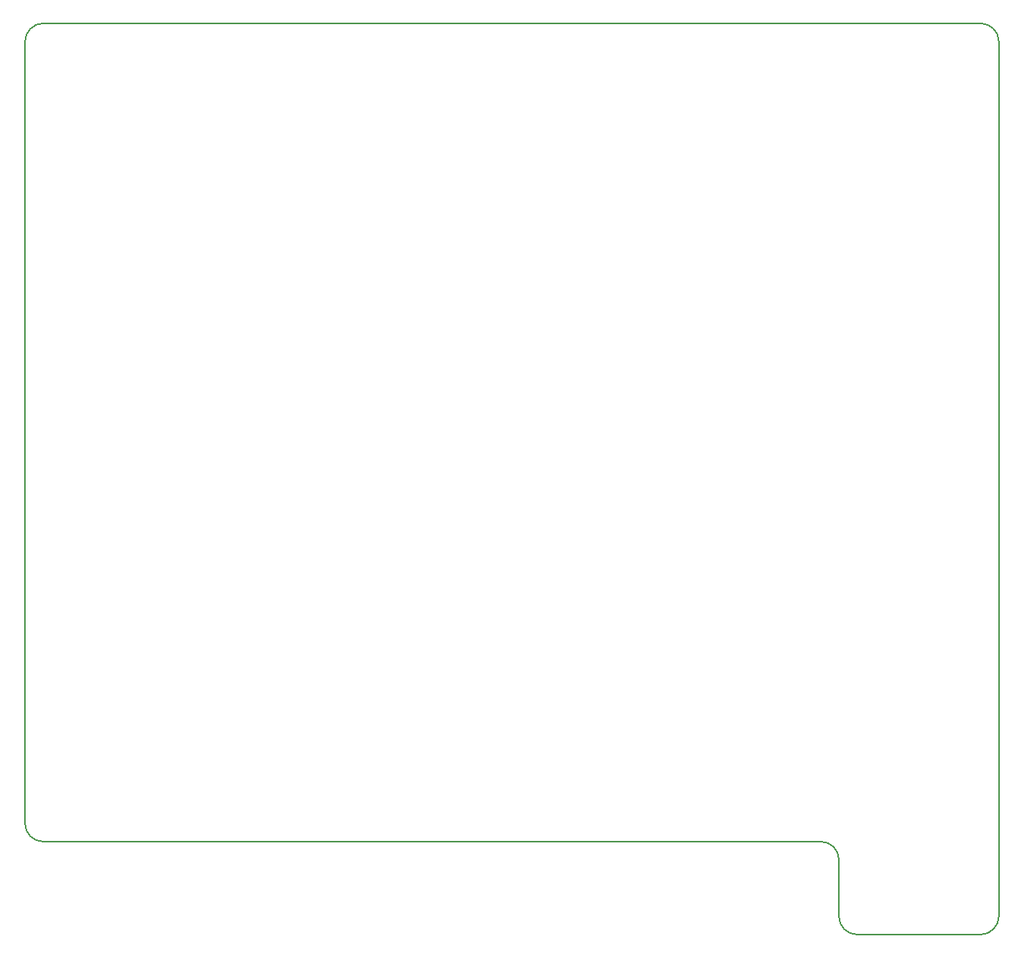
<source format=gm1>
G04 #@! TF.GenerationSoftware,KiCad,Pcbnew,8.0.5*
G04 #@! TF.CreationDate,2024-10-03T07:07:38-04:00*
G04 #@! TF.ProjectId,WarpSE,57617270-5345-42e6-9b69-6361645f7063,1.0*
G04 #@! TF.SameCoordinates,Original*
G04 #@! TF.FileFunction,Profile,NP*
%FSLAX46Y46*%
G04 Gerber Fmt 4.6, Leading zero omitted, Abs format (unit mm)*
G04 Created by KiCad (PCBNEW 8.0.5) date 2024-10-03 07:07:38*
%MOMM*%
%LPD*%
G01*
G04 APERTURE LIST*
G04 #@! TA.AperFunction,Profile*
%ADD10C,0.150000*%
G04 #@! TD*
G04 APERTURE END LIST*
D10*
X105283000Y-129540000D02*
G75*
G02*
X103251000Y-127508000I0J2032000D01*
G01*
X192405000Y-129540000D02*
G75*
G02*
X194437000Y-131572000I0J-2032000D01*
G01*
X196469000Y-139954000D02*
G75*
G02*
X194437000Y-137922000I0J2032000D01*
G01*
X212344000Y-137922000D02*
G75*
G02*
X210312000Y-139954000I-2032000J0D01*
G01*
X210312000Y-37846000D02*
X105283000Y-37846000D01*
X103251000Y-127508000D02*
X103251000Y-39878000D01*
X192405000Y-129540000D02*
X105283000Y-129540000D01*
X194437000Y-137922000D02*
X194437000Y-131572000D01*
X210312000Y-139954000D02*
X196469000Y-139954000D01*
X212344000Y-39878000D02*
X212344000Y-137922000D01*
X103251000Y-39878000D02*
G75*
G02*
X105283000Y-37846000I2032000J0D01*
G01*
X210312000Y-37846000D02*
G75*
G02*
X212344000Y-39878000I0J-2032000D01*
G01*
M02*

</source>
